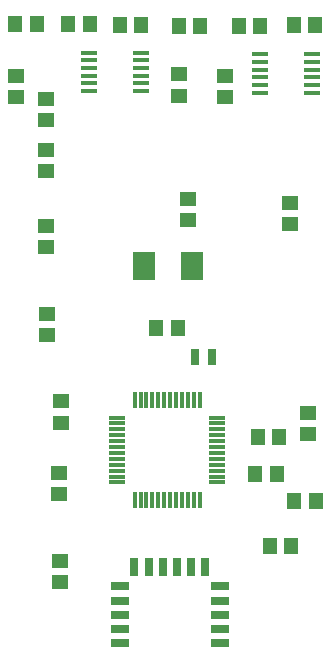
<source format=gtp>
G04*
G04 #@! TF.GenerationSoftware,Altium Limited,Altium Designer,19.0.10 (269)*
G04*
G04 Layer_Color=8421504*
%FSLAX24Y24*%
%MOIN*%
G70*
G01*
G75*
%ADD14R,0.0551X0.0472*%
%ADD15R,0.0472X0.0551*%
%ADD16R,0.0591X0.0276*%
%ADD17R,0.0276X0.0591*%
%ADD18R,0.0561X0.0177*%
%ADD19R,0.0748X0.0945*%
%ADD20R,0.0581X0.0118*%
%ADD21R,0.0118X0.0581*%
%ADD22R,0.0295X0.0551*%
G54D14*
X6400Y15300D02*
D03*
Y14591D02*
D03*
X9800Y14466D02*
D03*
Y15174D02*
D03*
X2097Y6173D02*
D03*
Y5464D02*
D03*
X10390Y8184D02*
D03*
Y7476D02*
D03*
X2150Y3250D02*
D03*
Y2541D02*
D03*
X1680Y14420D02*
D03*
Y13711D02*
D03*
X7637Y19423D02*
D03*
Y18714D02*
D03*
X1677Y18643D02*
D03*
Y17934D02*
D03*
X1680Y16240D02*
D03*
Y16949D02*
D03*
X677Y18704D02*
D03*
Y19413D02*
D03*
X2165Y8563D02*
D03*
Y7854D02*
D03*
X6099Y18754D02*
D03*
Y19463D02*
D03*
X1710Y11490D02*
D03*
Y10781D02*
D03*
G54D15*
X5350Y11010D02*
D03*
X6059D02*
D03*
X9439Y7390D02*
D03*
X8730D02*
D03*
X9839Y3750D02*
D03*
X9130D02*
D03*
X9950Y5240D02*
D03*
X10659D02*
D03*
X9359Y6150D02*
D03*
X8650D02*
D03*
X6807Y21083D02*
D03*
X6099D02*
D03*
X10640Y21093D02*
D03*
X9931D02*
D03*
X8091Y21080D02*
D03*
X8800D02*
D03*
X1361Y21133D02*
D03*
X653D02*
D03*
X4837Y21093D02*
D03*
X4128D02*
D03*
X2416Y21150D02*
D03*
X3124D02*
D03*
G54D16*
X4130Y505D02*
D03*
Y978D02*
D03*
Y1450D02*
D03*
Y1922D02*
D03*
Y2395D02*
D03*
X7476D02*
D03*
Y1922D02*
D03*
Y1450D02*
D03*
Y978D02*
D03*
Y505D02*
D03*
G54D17*
X4622Y3044D02*
D03*
X5095D02*
D03*
X5567D02*
D03*
X6039D02*
D03*
X6512D02*
D03*
X6984D02*
D03*
G54D18*
X10547Y20132D02*
D03*
Y19876D02*
D03*
Y19620D02*
D03*
Y19365D02*
D03*
Y19109D02*
D03*
Y18853D02*
D03*
X8805D02*
D03*
Y19109D02*
D03*
Y19365D02*
D03*
Y19620D02*
D03*
Y19876D02*
D03*
Y20132D02*
D03*
X4848Y20183D02*
D03*
Y19927D02*
D03*
Y19671D02*
D03*
Y19415D02*
D03*
Y19159D02*
D03*
Y18903D02*
D03*
X3106D02*
D03*
Y19159D02*
D03*
Y19415D02*
D03*
Y19671D02*
D03*
Y19927D02*
D03*
Y20183D02*
D03*
G54D19*
X6554Y13070D02*
D03*
X4940D02*
D03*
G54D20*
X7378Y8022D02*
D03*
Y7826D02*
D03*
Y7629D02*
D03*
Y7432D02*
D03*
Y7235D02*
D03*
Y7038D02*
D03*
Y6841D02*
D03*
Y6644D02*
D03*
Y6448D02*
D03*
Y6251D02*
D03*
Y6054D02*
D03*
Y5857D02*
D03*
X4041D02*
D03*
Y6054D02*
D03*
Y6251D02*
D03*
Y6448D02*
D03*
Y6644D02*
D03*
Y6841D02*
D03*
Y7038D02*
D03*
Y7235D02*
D03*
Y7432D02*
D03*
Y7629D02*
D03*
Y7826D02*
D03*
Y8022D02*
D03*
G54D21*
X6792Y5271D02*
D03*
X6595D02*
D03*
X6398D02*
D03*
X6201D02*
D03*
X6005D02*
D03*
X5808D02*
D03*
X5611D02*
D03*
X5414D02*
D03*
X5217D02*
D03*
X5020D02*
D03*
X4823D02*
D03*
X4627D02*
D03*
Y8608D02*
D03*
X4823D02*
D03*
X5020D02*
D03*
X5217D02*
D03*
X5414D02*
D03*
X5611D02*
D03*
X5808D02*
D03*
X6005D02*
D03*
X6201D02*
D03*
X6398D02*
D03*
X6595D02*
D03*
X6792D02*
D03*
G54D22*
X7209Y10029D02*
D03*
X6639D02*
D03*
M02*

</source>
